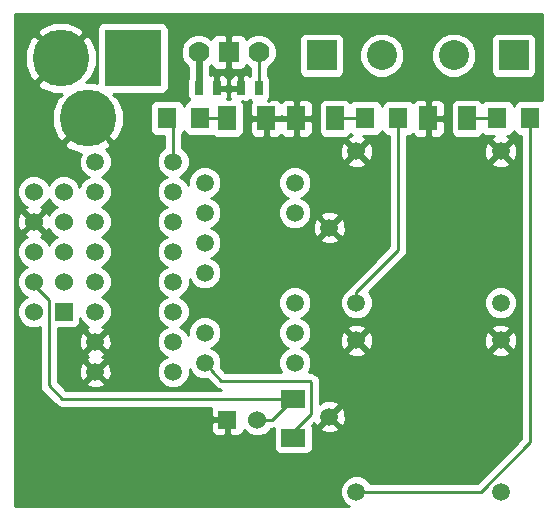
<source format=gtl>
G04 (created by PCBNEW (2013-may-18)-stable) date dim 05 jun 2016 14:26:50 CEST*
%MOIN*%
G04 Gerber Fmt 3.4, Leading zero omitted, Abs format*
%FSLAX34Y34*%
G01*
G70*
G90*
G04 APERTURE LIST*
%ADD10C,0.00590551*%
%ADD11R,0.06X0.06*%
%ADD12C,0.06*%
%ADD13C,0.0590551*%
%ADD14R,0.1X0.1*%
%ADD15C,0.1*%
%ADD16C,0.07*%
%ADD17R,0.07X0.07*%
%ADD18C,0.189*%
%ADD19R,0.189X0.189*%
%ADD20R,0.06X0.08*%
%ADD21R,0.0629X0.0709*%
%ADD22R,0.08X0.06*%
%ADD23R,0.025X0.045*%
%ADD24C,0.023622*%
%ADD25C,0.01*%
G04 APERTURE END LIST*
G54D10*
G54D11*
X16200Y-20650D03*
G54D12*
X15200Y-20650D03*
X16200Y-19650D03*
X15200Y-19650D03*
X16200Y-18650D03*
X15200Y-18650D03*
X16200Y-17650D03*
X15200Y-17650D03*
X16200Y-16650D03*
X15200Y-16650D03*
G54D13*
X25052Y-17848D03*
X30761Y-20348D03*
X25958Y-20348D03*
X25958Y-15309D03*
X30761Y-15309D03*
G54D14*
X24800Y-12100D03*
G54D15*
X26800Y-12100D03*
G54D13*
X23900Y-17350D03*
X23900Y-16350D03*
X23900Y-20350D03*
X23900Y-21350D03*
X23900Y-22350D03*
X20900Y-22350D03*
X20900Y-21350D03*
X20900Y-19350D03*
X20900Y-18350D03*
X20900Y-17350D03*
X20900Y-16350D03*
X25052Y-24148D03*
X30761Y-26648D03*
X25958Y-26648D03*
X25958Y-21609D03*
X30761Y-21609D03*
G54D11*
X21650Y-24250D03*
G54D12*
X22650Y-24250D03*
G54D16*
X20700Y-12000D03*
G54D17*
X21700Y-12000D03*
G54D16*
X22700Y-12000D03*
G54D18*
X16100Y-12200D03*
G54D19*
X18500Y-12200D03*
G54D18*
X17000Y-14200D03*
G54D14*
X31200Y-12100D03*
G54D15*
X29200Y-12100D03*
G54D13*
X17250Y-15650D03*
X17250Y-16650D03*
X17250Y-17650D03*
X17250Y-18650D03*
X17250Y-19650D03*
X17250Y-21650D03*
X17250Y-22650D03*
X19850Y-22650D03*
X19850Y-21650D03*
X19850Y-20650D03*
X19850Y-19650D03*
X19850Y-18650D03*
X19850Y-17650D03*
X19850Y-16650D03*
X19850Y-15650D03*
X17250Y-20650D03*
G54D20*
X25250Y-14200D03*
X23950Y-14200D03*
X29650Y-14200D03*
X28350Y-14200D03*
X21650Y-14200D03*
X22950Y-14200D03*
G54D21*
X27359Y-14200D03*
X26241Y-14200D03*
X31759Y-14200D03*
X30641Y-14200D03*
X19641Y-14200D03*
X20759Y-14200D03*
G54D22*
X23850Y-24850D03*
X23850Y-23550D03*
G54D23*
X20700Y-13200D03*
X21300Y-13200D03*
X22700Y-13200D03*
X22100Y-13200D03*
G54D24*
X20700Y-12000D02*
X20700Y-13200D01*
G54D25*
X23850Y-24850D02*
X23850Y-24650D01*
X21450Y-22950D02*
X20900Y-22350D01*
X24400Y-22950D02*
X21450Y-22950D01*
X24450Y-22987D02*
X24400Y-22950D01*
X24450Y-24050D02*
X24450Y-22987D01*
X23850Y-24650D02*
X24450Y-24050D01*
X19850Y-15650D02*
X19850Y-14409D01*
X19850Y-14409D02*
X19641Y-14200D01*
X22700Y-13200D02*
X22700Y-12000D01*
X25958Y-20348D02*
X25958Y-19991D01*
X27359Y-18591D02*
X27359Y-14200D01*
X25958Y-19991D02*
X27359Y-18591D01*
X31759Y-14200D02*
X31759Y-24991D01*
X30101Y-26648D02*
X25958Y-26648D01*
X31759Y-24991D02*
X30101Y-26648D01*
X30641Y-14200D02*
X29650Y-14200D01*
X21650Y-14200D02*
X20759Y-14200D01*
X26241Y-14200D02*
X25250Y-14200D01*
X22650Y-24250D02*
X23150Y-24250D01*
X23150Y-24250D02*
X23850Y-23550D01*
X15200Y-19650D02*
X15200Y-19750D01*
X16150Y-23550D02*
X23850Y-23550D01*
X15700Y-23100D02*
X16150Y-23550D01*
X15700Y-20250D02*
X15700Y-23100D01*
X15200Y-19750D02*
X15700Y-20250D01*
G54D10*
G36*
X32130Y-13598D02*
X32123Y-13595D01*
X32023Y-13595D01*
X31950Y-13595D01*
X31950Y-12550D01*
X31950Y-11550D01*
X31912Y-11458D01*
X31841Y-11388D01*
X31749Y-11350D01*
X31650Y-11349D01*
X30650Y-11349D01*
X30558Y-11387D01*
X30488Y-11458D01*
X30450Y-11550D01*
X30449Y-11649D01*
X30449Y-12649D01*
X30487Y-12741D01*
X30558Y-12811D01*
X30650Y-12849D01*
X30749Y-12850D01*
X31749Y-12850D01*
X31841Y-12812D01*
X31911Y-12741D01*
X31949Y-12649D01*
X31950Y-12550D01*
X31950Y-13595D01*
X31394Y-13595D01*
X31303Y-13633D01*
X31232Y-13703D01*
X31199Y-13782D01*
X31167Y-13704D01*
X31097Y-13633D01*
X31005Y-13595D01*
X30905Y-13595D01*
X30276Y-13595D01*
X30185Y-13633D01*
X30160Y-13657D01*
X30091Y-13588D01*
X29999Y-13550D01*
X29950Y-13550D01*
X29950Y-11951D01*
X29836Y-11675D01*
X29625Y-11464D01*
X29349Y-11350D01*
X29051Y-11349D01*
X28775Y-11463D01*
X28564Y-11674D01*
X28450Y-11950D01*
X28449Y-12248D01*
X28563Y-12524D01*
X28774Y-12735D01*
X29050Y-12849D01*
X29348Y-12850D01*
X29624Y-12736D01*
X29835Y-12525D01*
X29949Y-12249D01*
X29950Y-11951D01*
X29950Y-13550D01*
X29900Y-13549D01*
X29300Y-13549D01*
X29208Y-13587D01*
X29138Y-13658D01*
X29100Y-13750D01*
X29099Y-13849D01*
X29099Y-14649D01*
X29137Y-14741D01*
X29208Y-14811D01*
X29300Y-14849D01*
X29399Y-14850D01*
X29999Y-14850D01*
X30091Y-14812D01*
X30161Y-14742D01*
X30184Y-14766D01*
X30276Y-14804D01*
X30376Y-14804D01*
X30542Y-14804D01*
X30476Y-14832D01*
X30449Y-14926D01*
X30761Y-15238D01*
X31073Y-14926D01*
X31046Y-14832D01*
X30968Y-14804D01*
X31005Y-14804D01*
X31096Y-14766D01*
X31167Y-14696D01*
X31200Y-14617D01*
X31232Y-14695D01*
X31302Y-14766D01*
X31394Y-14804D01*
X31459Y-14804D01*
X31459Y-24866D01*
X31311Y-25014D01*
X31311Y-21690D01*
X31311Y-15390D01*
X31300Y-15173D01*
X31238Y-15024D01*
X31143Y-14997D01*
X30832Y-15309D01*
X31143Y-15621D01*
X31238Y-15594D01*
X31311Y-15390D01*
X31311Y-21690D01*
X31306Y-21597D01*
X31306Y-20240D01*
X31223Y-20040D01*
X31073Y-19889D01*
X31073Y-15691D01*
X30761Y-15380D01*
X30690Y-15450D01*
X30690Y-15309D01*
X30378Y-14997D01*
X30284Y-15024D01*
X30211Y-15228D01*
X30222Y-15445D01*
X30284Y-15594D01*
X30378Y-15621D01*
X30690Y-15309D01*
X30690Y-15450D01*
X30449Y-15691D01*
X30476Y-15786D01*
X30680Y-15859D01*
X30897Y-15848D01*
X31046Y-15786D01*
X31073Y-15691D01*
X31073Y-19889D01*
X31070Y-19886D01*
X30870Y-19803D01*
X30653Y-19803D01*
X30452Y-19886D01*
X30299Y-20039D01*
X30216Y-20239D01*
X30216Y-20456D01*
X30298Y-20657D01*
X30452Y-20810D01*
X30652Y-20893D01*
X30869Y-20894D01*
X31069Y-20811D01*
X31223Y-20658D01*
X31306Y-20457D01*
X31306Y-20240D01*
X31306Y-21597D01*
X31300Y-21473D01*
X31238Y-21324D01*
X31143Y-21297D01*
X31073Y-21368D01*
X31073Y-21226D01*
X31046Y-21132D01*
X30842Y-21059D01*
X30625Y-21070D01*
X30476Y-21132D01*
X30449Y-21226D01*
X30761Y-21538D01*
X31073Y-21226D01*
X31073Y-21368D01*
X30832Y-21609D01*
X31143Y-21921D01*
X31238Y-21894D01*
X31311Y-21690D01*
X31311Y-25014D01*
X31073Y-25252D01*
X31073Y-21991D01*
X30761Y-21680D01*
X30690Y-21750D01*
X30690Y-21609D01*
X30378Y-21297D01*
X30284Y-21324D01*
X30211Y-21528D01*
X30222Y-21745D01*
X30284Y-21894D01*
X30378Y-21921D01*
X30690Y-21609D01*
X30690Y-21750D01*
X30449Y-21991D01*
X30476Y-22086D01*
X30680Y-22159D01*
X30897Y-22148D01*
X31046Y-22086D01*
X31073Y-21991D01*
X31073Y-25252D01*
X29976Y-26348D01*
X28900Y-26348D01*
X28900Y-14550D01*
X28900Y-13849D01*
X28899Y-13750D01*
X28861Y-13658D01*
X28791Y-13587D01*
X28699Y-13549D01*
X28462Y-13550D01*
X28400Y-13612D01*
X28400Y-14150D01*
X28837Y-14150D01*
X28900Y-14087D01*
X28900Y-13849D01*
X28900Y-14550D01*
X28900Y-14312D01*
X28837Y-14250D01*
X28400Y-14250D01*
X28400Y-14787D01*
X28462Y-14850D01*
X28699Y-14850D01*
X28791Y-14812D01*
X28861Y-14741D01*
X28899Y-14649D01*
X28900Y-14550D01*
X28900Y-26348D01*
X28300Y-26348D01*
X28300Y-14787D01*
X28300Y-14250D01*
X28292Y-14250D01*
X28292Y-14150D01*
X28300Y-14150D01*
X28300Y-13612D01*
X28237Y-13550D01*
X28000Y-13549D01*
X27908Y-13587D01*
X27838Y-13657D01*
X27815Y-13633D01*
X27723Y-13595D01*
X27623Y-13595D01*
X27550Y-13595D01*
X27550Y-11951D01*
X27436Y-11675D01*
X27225Y-11464D01*
X26949Y-11350D01*
X26651Y-11349D01*
X26375Y-11463D01*
X26164Y-11674D01*
X26050Y-11950D01*
X26049Y-12248D01*
X26163Y-12524D01*
X26374Y-12735D01*
X26650Y-12849D01*
X26948Y-12850D01*
X27224Y-12736D01*
X27435Y-12525D01*
X27549Y-12249D01*
X27550Y-11951D01*
X27550Y-13595D01*
X26994Y-13595D01*
X26903Y-13633D01*
X26832Y-13703D01*
X26799Y-13782D01*
X26767Y-13704D01*
X26697Y-13633D01*
X26605Y-13595D01*
X26505Y-13595D01*
X25876Y-13595D01*
X25785Y-13633D01*
X25760Y-13657D01*
X25691Y-13588D01*
X25599Y-13550D01*
X25550Y-13550D01*
X25550Y-12550D01*
X25550Y-11550D01*
X25512Y-11458D01*
X25441Y-11388D01*
X25349Y-11350D01*
X25250Y-11349D01*
X24250Y-11349D01*
X24158Y-11387D01*
X24088Y-11458D01*
X24050Y-11550D01*
X24049Y-11649D01*
X24049Y-12649D01*
X24087Y-12741D01*
X24158Y-12811D01*
X24250Y-12849D01*
X24349Y-12850D01*
X25349Y-12850D01*
X25441Y-12812D01*
X25511Y-12741D01*
X25549Y-12649D01*
X25550Y-12550D01*
X25550Y-13550D01*
X25500Y-13549D01*
X24900Y-13549D01*
X24808Y-13587D01*
X24738Y-13658D01*
X24700Y-13750D01*
X24699Y-13849D01*
X24699Y-14649D01*
X24737Y-14741D01*
X24808Y-14811D01*
X24900Y-14849D01*
X24999Y-14850D01*
X25599Y-14850D01*
X25691Y-14812D01*
X25761Y-14742D01*
X25784Y-14766D01*
X25808Y-14776D01*
X25673Y-14832D01*
X25646Y-14926D01*
X25958Y-15238D01*
X26270Y-14926D01*
X26243Y-14832D01*
X26165Y-14804D01*
X26605Y-14804D01*
X26696Y-14766D01*
X26767Y-14696D01*
X26800Y-14617D01*
X26832Y-14695D01*
X26902Y-14766D01*
X26994Y-14804D01*
X27059Y-14804D01*
X27059Y-18466D01*
X26508Y-19017D01*
X26508Y-15390D01*
X26497Y-15173D01*
X26435Y-15024D01*
X26340Y-14997D01*
X26028Y-15309D01*
X26340Y-15621D01*
X26435Y-15594D01*
X26508Y-15390D01*
X26508Y-19017D01*
X26270Y-19255D01*
X26270Y-15691D01*
X25958Y-15380D01*
X25887Y-15450D01*
X25887Y-15309D01*
X25575Y-14997D01*
X25480Y-15024D01*
X25408Y-15228D01*
X25419Y-15445D01*
X25480Y-15594D01*
X25575Y-15621D01*
X25887Y-15309D01*
X25887Y-15450D01*
X25646Y-15691D01*
X25673Y-15786D01*
X25877Y-15859D01*
X26094Y-15848D01*
X26243Y-15786D01*
X26270Y-15691D01*
X26270Y-19255D01*
X25746Y-19779D01*
X25684Y-19871D01*
X25649Y-19886D01*
X25602Y-19933D01*
X25602Y-17929D01*
X25591Y-17712D01*
X25530Y-17563D01*
X25435Y-17537D01*
X25364Y-17607D01*
X25364Y-17466D01*
X25337Y-17371D01*
X25133Y-17298D01*
X24916Y-17309D01*
X24767Y-17371D01*
X24740Y-17466D01*
X25052Y-17778D01*
X25364Y-17466D01*
X25364Y-17607D01*
X25123Y-17848D01*
X25435Y-18160D01*
X25530Y-18133D01*
X25602Y-17929D01*
X25602Y-19933D01*
X25496Y-20039D01*
X25413Y-20239D01*
X25412Y-20456D01*
X25495Y-20657D01*
X25648Y-20810D01*
X25849Y-20893D01*
X26066Y-20894D01*
X26266Y-20811D01*
X26420Y-20658D01*
X26503Y-20457D01*
X26503Y-20240D01*
X26420Y-20040D01*
X26377Y-19996D01*
X27571Y-18803D01*
X27571Y-18803D01*
X27636Y-18705D01*
X27658Y-18591D01*
X27659Y-18591D01*
X27659Y-14804D01*
X27723Y-14804D01*
X27814Y-14766D01*
X27838Y-14742D01*
X27908Y-14812D01*
X28000Y-14850D01*
X28237Y-14850D01*
X28300Y-14787D01*
X28300Y-26348D01*
X26508Y-26348D01*
X26508Y-21690D01*
X26497Y-21473D01*
X26435Y-21324D01*
X26340Y-21297D01*
X26270Y-21368D01*
X26270Y-21226D01*
X26243Y-21132D01*
X26038Y-21059D01*
X25822Y-21070D01*
X25673Y-21132D01*
X25646Y-21226D01*
X25958Y-21538D01*
X26270Y-21226D01*
X26270Y-21368D01*
X26028Y-21609D01*
X26340Y-21921D01*
X26435Y-21894D01*
X26508Y-21690D01*
X26508Y-26348D01*
X26424Y-26348D01*
X26420Y-26340D01*
X26270Y-26189D01*
X26270Y-21991D01*
X25958Y-21680D01*
X25887Y-21750D01*
X25887Y-21609D01*
X25575Y-21297D01*
X25480Y-21324D01*
X25408Y-21528D01*
X25419Y-21745D01*
X25480Y-21894D01*
X25575Y-21921D01*
X25887Y-21609D01*
X25887Y-21750D01*
X25646Y-21991D01*
X25673Y-22086D01*
X25877Y-22159D01*
X26094Y-22148D01*
X26243Y-22086D01*
X26270Y-21991D01*
X26270Y-26189D01*
X26267Y-26186D01*
X26067Y-26103D01*
X25850Y-26103D01*
X25649Y-26186D01*
X25602Y-26233D01*
X25602Y-24229D01*
X25591Y-24012D01*
X25530Y-23863D01*
X25435Y-23837D01*
X25364Y-23907D01*
X25364Y-23766D01*
X25364Y-18231D01*
X25052Y-17919D01*
X24982Y-17990D01*
X24982Y-17848D01*
X24670Y-17537D01*
X24575Y-17563D01*
X24502Y-17768D01*
X24513Y-17984D01*
X24575Y-18133D01*
X24670Y-18160D01*
X24982Y-17848D01*
X24982Y-17990D01*
X24740Y-18231D01*
X24767Y-18326D01*
X24972Y-18398D01*
X25188Y-18387D01*
X25337Y-18326D01*
X25364Y-18231D01*
X25364Y-23766D01*
X25337Y-23671D01*
X25133Y-23598D01*
X24916Y-23609D01*
X24767Y-23671D01*
X24750Y-23734D01*
X24750Y-22987D01*
X24745Y-22966D01*
X24746Y-22945D01*
X24734Y-22909D01*
X24727Y-22872D01*
X24715Y-22854D01*
X24708Y-22834D01*
X24683Y-22806D01*
X24662Y-22775D01*
X24644Y-22763D01*
X24630Y-22747D01*
X24580Y-22710D01*
X24546Y-22693D01*
X24514Y-22672D01*
X24500Y-22669D01*
X24500Y-14550D01*
X24500Y-13849D01*
X24499Y-13750D01*
X24461Y-13658D01*
X24391Y-13587D01*
X24299Y-13549D01*
X24062Y-13550D01*
X24000Y-13612D01*
X24000Y-14150D01*
X24437Y-14150D01*
X24500Y-14087D01*
X24500Y-13849D01*
X24500Y-14550D01*
X24500Y-14312D01*
X24437Y-14250D01*
X24000Y-14250D01*
X24000Y-14787D01*
X24062Y-14850D01*
X24299Y-14850D01*
X24391Y-14812D01*
X24461Y-14741D01*
X24499Y-14649D01*
X24500Y-14550D01*
X24500Y-22669D01*
X24493Y-22668D01*
X24474Y-22659D01*
X24436Y-22657D01*
X24400Y-22650D01*
X24365Y-22650D01*
X24445Y-22458D01*
X24445Y-22242D01*
X24362Y-22041D01*
X24209Y-21888D01*
X24117Y-21850D01*
X24208Y-21812D01*
X24361Y-21659D01*
X24445Y-21458D01*
X24445Y-21242D01*
X24362Y-21041D01*
X24209Y-20888D01*
X24117Y-20850D01*
X24208Y-20812D01*
X24361Y-20659D01*
X24445Y-20458D01*
X24445Y-20242D01*
X24445Y-17242D01*
X24362Y-17041D01*
X24209Y-16888D01*
X24117Y-16850D01*
X24208Y-16812D01*
X24361Y-16659D01*
X24445Y-16458D01*
X24445Y-16242D01*
X24362Y-16041D01*
X24209Y-15888D01*
X24008Y-15804D01*
X23900Y-15804D01*
X23900Y-14787D01*
X23900Y-14250D01*
X23462Y-14250D01*
X23450Y-14262D01*
X23437Y-14250D01*
X23000Y-14250D01*
X23000Y-14787D01*
X23062Y-14850D01*
X23299Y-14850D01*
X23391Y-14812D01*
X23450Y-14753D01*
X23508Y-14812D01*
X23600Y-14850D01*
X23837Y-14850D01*
X23900Y-14787D01*
X23900Y-15804D01*
X23792Y-15804D01*
X23591Y-15887D01*
X23438Y-16040D01*
X23354Y-16241D01*
X23354Y-16457D01*
X23437Y-16658D01*
X23590Y-16811D01*
X23682Y-16849D01*
X23591Y-16887D01*
X23438Y-17040D01*
X23354Y-17241D01*
X23354Y-17457D01*
X23437Y-17658D01*
X23590Y-17811D01*
X23791Y-17895D01*
X24007Y-17895D01*
X24208Y-17812D01*
X24361Y-17659D01*
X24445Y-17458D01*
X24445Y-17242D01*
X24445Y-20242D01*
X24362Y-20041D01*
X24209Y-19888D01*
X24008Y-19804D01*
X23792Y-19804D01*
X23591Y-19887D01*
X23438Y-20040D01*
X23354Y-20241D01*
X23354Y-20457D01*
X23437Y-20658D01*
X23590Y-20811D01*
X23682Y-20849D01*
X23591Y-20887D01*
X23438Y-21040D01*
X23354Y-21241D01*
X23354Y-21457D01*
X23437Y-21658D01*
X23590Y-21811D01*
X23682Y-21849D01*
X23591Y-21887D01*
X23438Y-22040D01*
X23354Y-22241D01*
X23354Y-22457D01*
X23433Y-22650D01*
X22900Y-22650D01*
X22900Y-14787D01*
X22900Y-14250D01*
X22462Y-14250D01*
X22400Y-14312D01*
X22399Y-14550D01*
X22400Y-14649D01*
X22438Y-14741D01*
X22508Y-14812D01*
X22600Y-14850D01*
X22837Y-14850D01*
X22900Y-14787D01*
X22900Y-22650D01*
X21581Y-22650D01*
X21433Y-22487D01*
X21445Y-22458D01*
X21445Y-22242D01*
X21362Y-22041D01*
X21209Y-21888D01*
X21117Y-21850D01*
X21208Y-21812D01*
X21361Y-21659D01*
X21445Y-21458D01*
X21445Y-21242D01*
X21362Y-21041D01*
X21209Y-20888D01*
X21008Y-20804D01*
X20792Y-20804D01*
X20591Y-20887D01*
X20438Y-21040D01*
X20354Y-21241D01*
X20354Y-21443D01*
X20312Y-21341D01*
X20159Y-21188D01*
X20067Y-21150D01*
X20158Y-21112D01*
X20311Y-20959D01*
X20395Y-20758D01*
X20395Y-20542D01*
X20312Y-20341D01*
X20159Y-20188D01*
X20067Y-20150D01*
X20158Y-20112D01*
X20311Y-19959D01*
X20395Y-19758D01*
X20395Y-19556D01*
X20437Y-19658D01*
X20590Y-19811D01*
X20791Y-19895D01*
X21007Y-19895D01*
X21208Y-19812D01*
X21361Y-19659D01*
X21445Y-19458D01*
X21445Y-19242D01*
X21362Y-19041D01*
X21209Y-18888D01*
X21117Y-18850D01*
X21208Y-18812D01*
X21361Y-18659D01*
X21445Y-18458D01*
X21445Y-18242D01*
X21362Y-18041D01*
X21209Y-17888D01*
X21117Y-17850D01*
X21208Y-17812D01*
X21361Y-17659D01*
X21445Y-17458D01*
X21445Y-17242D01*
X21362Y-17041D01*
X21209Y-16888D01*
X21117Y-16850D01*
X21208Y-16812D01*
X21361Y-16659D01*
X21445Y-16458D01*
X21445Y-16242D01*
X21362Y-16041D01*
X21209Y-15888D01*
X21008Y-15804D01*
X20792Y-15804D01*
X20591Y-15887D01*
X20438Y-16040D01*
X20354Y-16241D01*
X20354Y-16443D01*
X20312Y-16341D01*
X20159Y-16188D01*
X20067Y-16150D01*
X20158Y-16112D01*
X20311Y-15959D01*
X20395Y-15758D01*
X20395Y-15542D01*
X20312Y-15341D01*
X20159Y-15188D01*
X20150Y-15184D01*
X20150Y-14713D01*
X20167Y-14696D01*
X20200Y-14617D01*
X20232Y-14695D01*
X20302Y-14766D01*
X20394Y-14804D01*
X20494Y-14804D01*
X21123Y-14804D01*
X21178Y-14781D01*
X21208Y-14811D01*
X21300Y-14849D01*
X21399Y-14850D01*
X21999Y-14850D01*
X22091Y-14812D01*
X22161Y-14741D01*
X22199Y-14649D01*
X22200Y-14550D01*
X22200Y-13750D01*
X22162Y-13658D01*
X22150Y-13646D01*
X22150Y-13612D01*
X22212Y-13675D01*
X22274Y-13675D01*
X22366Y-13637D01*
X22399Y-13603D01*
X22433Y-13636D01*
X22451Y-13644D01*
X22438Y-13658D01*
X22400Y-13750D01*
X22399Y-13849D01*
X22400Y-14087D01*
X22462Y-14150D01*
X22900Y-14150D01*
X22900Y-14142D01*
X23000Y-14142D01*
X23000Y-14150D01*
X23437Y-14150D01*
X23450Y-14137D01*
X23462Y-14150D01*
X23900Y-14150D01*
X23900Y-13612D01*
X23837Y-13550D01*
X23600Y-13549D01*
X23508Y-13587D01*
X23450Y-13646D01*
X23391Y-13587D01*
X23300Y-13550D01*
X23299Y-13549D01*
X23062Y-13550D01*
X23000Y-13612D01*
X23000Y-13603D01*
X23036Y-13566D01*
X23074Y-13474D01*
X23075Y-13375D01*
X23075Y-12925D01*
X23037Y-12833D01*
X23000Y-12796D01*
X23000Y-12525D01*
X23039Y-12508D01*
X23208Y-12340D01*
X23299Y-12119D01*
X23300Y-11881D01*
X23208Y-11660D01*
X23040Y-11491D01*
X22819Y-11400D01*
X22581Y-11399D01*
X22360Y-11491D01*
X22285Y-11565D01*
X22262Y-11508D01*
X22191Y-11438D01*
X22099Y-11400D01*
X22000Y-11399D01*
X21812Y-11400D01*
X21750Y-11462D01*
X21750Y-11950D01*
X21757Y-11950D01*
X21757Y-12050D01*
X21750Y-12050D01*
X21750Y-12537D01*
X21812Y-12600D01*
X22000Y-12600D01*
X22099Y-12599D01*
X22191Y-12561D01*
X22262Y-12491D01*
X22285Y-12434D01*
X22359Y-12508D01*
X22400Y-12525D01*
X22400Y-12796D01*
X22366Y-12762D01*
X22274Y-12724D01*
X22212Y-12725D01*
X22150Y-12787D01*
X22150Y-13150D01*
X22157Y-13150D01*
X22157Y-13250D01*
X22150Y-13250D01*
X22150Y-13257D01*
X22050Y-13257D01*
X22050Y-13250D01*
X22050Y-13150D01*
X22050Y-12787D01*
X21987Y-12725D01*
X21925Y-12724D01*
X21833Y-12762D01*
X21763Y-12833D01*
X21725Y-12925D01*
X21724Y-13024D01*
X21725Y-13087D01*
X21787Y-13150D01*
X22050Y-13150D01*
X22050Y-13250D01*
X21787Y-13250D01*
X21725Y-13312D01*
X21724Y-13375D01*
X21725Y-13474D01*
X21756Y-13549D01*
X21643Y-13549D01*
X21674Y-13474D01*
X21675Y-13375D01*
X21675Y-13024D01*
X21674Y-12925D01*
X21636Y-12833D01*
X21566Y-12762D01*
X21474Y-12724D01*
X21412Y-12725D01*
X21350Y-12787D01*
X21350Y-13150D01*
X21612Y-13150D01*
X21675Y-13087D01*
X21675Y-13024D01*
X21675Y-13375D01*
X21675Y-13312D01*
X21612Y-13250D01*
X21350Y-13250D01*
X21350Y-13257D01*
X21250Y-13257D01*
X21250Y-13250D01*
X21242Y-13250D01*
X21242Y-13150D01*
X21250Y-13150D01*
X21250Y-12787D01*
X21187Y-12725D01*
X21125Y-12724D01*
X21068Y-12748D01*
X21068Y-12480D01*
X21114Y-12434D01*
X21137Y-12491D01*
X21208Y-12561D01*
X21300Y-12599D01*
X21399Y-12600D01*
X21587Y-12600D01*
X21650Y-12537D01*
X21650Y-12050D01*
X21642Y-12050D01*
X21642Y-11950D01*
X21650Y-11950D01*
X21650Y-11462D01*
X21587Y-11400D01*
X21399Y-11399D01*
X21300Y-11400D01*
X21208Y-11438D01*
X21137Y-11508D01*
X21114Y-11565D01*
X21040Y-11491D01*
X20819Y-11400D01*
X20581Y-11399D01*
X20360Y-11491D01*
X20191Y-11659D01*
X20100Y-11880D01*
X20099Y-12118D01*
X20191Y-12339D01*
X20331Y-12480D01*
X20331Y-12908D01*
X20325Y-12925D01*
X20324Y-13024D01*
X20324Y-13474D01*
X20362Y-13566D01*
X20392Y-13596D01*
X20303Y-13633D01*
X20232Y-13703D01*
X20199Y-13782D01*
X20167Y-13704D01*
X20097Y-13633D01*
X20005Y-13595D01*
X19905Y-13595D01*
X19695Y-13595D01*
X19695Y-13095D01*
X19695Y-11205D01*
X19657Y-11113D01*
X19586Y-11043D01*
X19494Y-11005D01*
X19395Y-11004D01*
X17505Y-11004D01*
X17413Y-11042D01*
X17343Y-11113D01*
X17305Y-11205D01*
X17304Y-11304D01*
X17304Y-13033D01*
X17295Y-13029D01*
X17235Y-13004D01*
X16975Y-13005D01*
X16951Y-12981D01*
X17114Y-12875D01*
X17295Y-12435D01*
X17294Y-11960D01*
X17114Y-11524D01*
X16951Y-11418D01*
X16881Y-11489D01*
X16881Y-11348D01*
X16775Y-11185D01*
X16335Y-11004D01*
X15860Y-11005D01*
X15424Y-11185D01*
X15318Y-11348D01*
X16100Y-12129D01*
X16881Y-11348D01*
X16881Y-11489D01*
X16170Y-12200D01*
X16176Y-12205D01*
X16105Y-12276D01*
X16100Y-12270D01*
X16029Y-12341D01*
X16029Y-12200D01*
X15248Y-11418D01*
X15085Y-11524D01*
X14904Y-11964D01*
X14905Y-12439D01*
X15085Y-12875D01*
X15248Y-12981D01*
X16029Y-12200D01*
X16029Y-12341D01*
X15318Y-13051D01*
X15424Y-13214D01*
X15864Y-13395D01*
X16124Y-13394D01*
X16148Y-13418D01*
X15985Y-13524D01*
X15804Y-13964D01*
X15805Y-14439D01*
X15985Y-14875D01*
X16148Y-14981D01*
X16929Y-14200D01*
X16923Y-14194D01*
X16994Y-14123D01*
X17000Y-14129D01*
X17005Y-14123D01*
X17076Y-14194D01*
X17070Y-14200D01*
X17851Y-14981D01*
X18014Y-14875D01*
X18195Y-14435D01*
X18194Y-13960D01*
X18014Y-13524D01*
X17851Y-13418D01*
X17875Y-13395D01*
X19494Y-13395D01*
X19586Y-13357D01*
X19656Y-13286D01*
X19694Y-13194D01*
X19695Y-13095D01*
X19695Y-13595D01*
X19276Y-13595D01*
X19185Y-13633D01*
X19114Y-13703D01*
X19076Y-13795D01*
X19076Y-13895D01*
X19076Y-14604D01*
X19114Y-14695D01*
X19184Y-14766D01*
X19276Y-14804D01*
X19376Y-14804D01*
X19550Y-14804D01*
X19550Y-15183D01*
X19541Y-15187D01*
X19388Y-15340D01*
X19304Y-15541D01*
X19304Y-15757D01*
X19387Y-15958D01*
X19540Y-16111D01*
X19632Y-16149D01*
X19541Y-16187D01*
X19388Y-16340D01*
X19304Y-16541D01*
X19304Y-16757D01*
X19387Y-16958D01*
X19540Y-17111D01*
X19632Y-17149D01*
X19541Y-17187D01*
X19388Y-17340D01*
X19304Y-17541D01*
X19304Y-17757D01*
X19387Y-17958D01*
X19540Y-18111D01*
X19632Y-18149D01*
X19541Y-18187D01*
X19388Y-18340D01*
X19304Y-18541D01*
X19304Y-18757D01*
X19387Y-18958D01*
X19540Y-19111D01*
X19632Y-19149D01*
X19541Y-19187D01*
X19388Y-19340D01*
X19304Y-19541D01*
X19304Y-19757D01*
X19387Y-19958D01*
X19540Y-20111D01*
X19632Y-20149D01*
X19541Y-20187D01*
X19388Y-20340D01*
X19304Y-20541D01*
X19304Y-20757D01*
X19387Y-20958D01*
X19540Y-21111D01*
X19632Y-21149D01*
X19541Y-21187D01*
X19388Y-21340D01*
X19304Y-21541D01*
X19304Y-21757D01*
X19387Y-21958D01*
X19540Y-22111D01*
X19632Y-22149D01*
X19541Y-22187D01*
X19388Y-22340D01*
X19304Y-22541D01*
X19304Y-22757D01*
X19387Y-22958D01*
X19540Y-23111D01*
X19741Y-23195D01*
X19957Y-23195D01*
X20158Y-23112D01*
X20311Y-22959D01*
X20395Y-22758D01*
X20395Y-22556D01*
X20437Y-22658D01*
X20590Y-22811D01*
X20791Y-22895D01*
X20992Y-22895D01*
X21228Y-23152D01*
X21234Y-23156D01*
X21237Y-23162D01*
X21278Y-23189D01*
X21323Y-23221D01*
X21329Y-23223D01*
X21335Y-23227D01*
X21383Y-23236D01*
X21436Y-23249D01*
X21443Y-23248D01*
X21450Y-23250D01*
X18195Y-23250D01*
X17800Y-23250D01*
X17800Y-22730D01*
X17800Y-21730D01*
X17789Y-21513D01*
X17727Y-21364D01*
X17632Y-21338D01*
X17320Y-21650D01*
X17632Y-21961D01*
X17727Y-21935D01*
X17800Y-21730D01*
X17800Y-22730D01*
X17789Y-22513D01*
X17727Y-22364D01*
X17632Y-22338D01*
X17561Y-22408D01*
X17561Y-22267D01*
X17535Y-22172D01*
X17476Y-22151D01*
X17535Y-22127D01*
X17561Y-22032D01*
X17250Y-21720D01*
X17179Y-21791D01*
X17179Y-21650D01*
X16867Y-21338D01*
X16772Y-21364D01*
X16699Y-21569D01*
X16710Y-21786D01*
X16772Y-21935D01*
X16867Y-21961D01*
X17179Y-21650D01*
X17179Y-21791D01*
X16938Y-22032D01*
X16964Y-22127D01*
X17023Y-22148D01*
X16964Y-22172D01*
X16938Y-22267D01*
X17250Y-22579D01*
X17561Y-22267D01*
X17561Y-22408D01*
X17320Y-22650D01*
X17632Y-22961D01*
X17727Y-22935D01*
X17800Y-22730D01*
X17800Y-23250D01*
X17561Y-23250D01*
X17561Y-23032D01*
X17250Y-22720D01*
X17179Y-22791D01*
X17179Y-22650D01*
X16867Y-22338D01*
X16772Y-22364D01*
X16699Y-22569D01*
X16710Y-22786D01*
X16772Y-22935D01*
X16867Y-22961D01*
X17179Y-22650D01*
X17179Y-22791D01*
X16938Y-23032D01*
X16964Y-23127D01*
X17169Y-23200D01*
X17386Y-23189D01*
X17535Y-23127D01*
X17561Y-23032D01*
X17561Y-23250D01*
X16274Y-23250D01*
X16000Y-22975D01*
X16000Y-21200D01*
X16549Y-21200D01*
X16641Y-21162D01*
X16711Y-21091D01*
X16749Y-20999D01*
X16750Y-20900D01*
X16750Y-20867D01*
X16787Y-20958D01*
X16940Y-21111D01*
X17025Y-21147D01*
X16964Y-21172D01*
X16938Y-21267D01*
X17250Y-21579D01*
X17561Y-21267D01*
X17535Y-21172D01*
X17469Y-21149D01*
X17558Y-21112D01*
X17711Y-20959D01*
X17795Y-20758D01*
X17795Y-20542D01*
X17712Y-20341D01*
X17559Y-20188D01*
X17467Y-20150D01*
X17558Y-20112D01*
X17711Y-19959D01*
X17795Y-19758D01*
X17795Y-19542D01*
X17712Y-19341D01*
X17559Y-19188D01*
X17467Y-19150D01*
X17558Y-19112D01*
X17711Y-18959D01*
X17795Y-18758D01*
X17795Y-18542D01*
X17712Y-18341D01*
X17559Y-18188D01*
X17467Y-18150D01*
X17558Y-18112D01*
X17711Y-17959D01*
X17795Y-17758D01*
X17795Y-17542D01*
X17712Y-17341D01*
X17559Y-17188D01*
X17467Y-17150D01*
X17558Y-17112D01*
X17711Y-16959D01*
X17795Y-16758D01*
X17795Y-16542D01*
X17712Y-16341D01*
X17559Y-16188D01*
X17467Y-16150D01*
X17558Y-16112D01*
X17711Y-15959D01*
X17795Y-15758D01*
X17795Y-15542D01*
X17712Y-15341D01*
X17611Y-15240D01*
X17675Y-15214D01*
X17781Y-15051D01*
X17000Y-14270D01*
X16929Y-14341D01*
X16218Y-15051D01*
X16324Y-15214D01*
X16764Y-15395D01*
X16765Y-15395D01*
X16704Y-15541D01*
X16704Y-15757D01*
X16787Y-15958D01*
X16940Y-16111D01*
X17032Y-16149D01*
X16941Y-16187D01*
X16788Y-16340D01*
X16727Y-16486D01*
X16666Y-16338D01*
X16511Y-16184D01*
X16309Y-16100D01*
X16091Y-16099D01*
X15888Y-16183D01*
X15734Y-16338D01*
X15700Y-16419D01*
X15666Y-16338D01*
X15511Y-16184D01*
X15309Y-16100D01*
X15091Y-16099D01*
X14888Y-16183D01*
X14734Y-16338D01*
X14650Y-16540D01*
X14649Y-16758D01*
X14733Y-16961D01*
X14888Y-17115D01*
X14963Y-17147D01*
X14912Y-17168D01*
X14884Y-17264D01*
X15200Y-17579D01*
X15515Y-17264D01*
X15487Y-17168D01*
X15432Y-17149D01*
X15511Y-17116D01*
X15665Y-16961D01*
X15699Y-16880D01*
X15733Y-16961D01*
X15888Y-17115D01*
X15969Y-17149D01*
X15888Y-17183D01*
X15734Y-17338D01*
X15702Y-17413D01*
X15681Y-17362D01*
X15585Y-17334D01*
X15270Y-17650D01*
X15585Y-17965D01*
X15681Y-17937D01*
X15700Y-17882D01*
X15733Y-17961D01*
X15888Y-18115D01*
X15969Y-18149D01*
X15888Y-18183D01*
X15734Y-18338D01*
X15700Y-18419D01*
X15666Y-18338D01*
X15511Y-18184D01*
X15436Y-18152D01*
X15487Y-18131D01*
X15515Y-18035D01*
X15200Y-17720D01*
X15129Y-17791D01*
X15129Y-17650D01*
X14814Y-17334D01*
X14718Y-17362D01*
X14645Y-17568D01*
X14656Y-17786D01*
X14718Y-17937D01*
X14814Y-17965D01*
X15129Y-17650D01*
X15129Y-17791D01*
X14884Y-18035D01*
X14912Y-18131D01*
X14967Y-18150D01*
X14888Y-18183D01*
X14734Y-18338D01*
X14650Y-18540D01*
X14649Y-18758D01*
X14733Y-18961D01*
X14888Y-19115D01*
X14969Y-19149D01*
X14888Y-19183D01*
X14734Y-19338D01*
X14650Y-19540D01*
X14649Y-19758D01*
X14733Y-19961D01*
X14888Y-20115D01*
X14969Y-20149D01*
X14888Y-20183D01*
X14734Y-20338D01*
X14650Y-20540D01*
X14649Y-20758D01*
X14733Y-20961D01*
X14888Y-21115D01*
X15090Y-21199D01*
X15308Y-21200D01*
X15400Y-21162D01*
X15400Y-23100D01*
X15422Y-23214D01*
X15487Y-23312D01*
X15937Y-23762D01*
X16035Y-23827D01*
X16150Y-23850D01*
X21120Y-23850D01*
X21100Y-23900D01*
X21099Y-23999D01*
X21100Y-24137D01*
X21162Y-24200D01*
X21600Y-24200D01*
X21600Y-24192D01*
X21700Y-24192D01*
X21700Y-24200D01*
X21707Y-24200D01*
X21707Y-24300D01*
X21700Y-24300D01*
X21700Y-24737D01*
X21762Y-24800D01*
X21999Y-24800D01*
X22091Y-24762D01*
X22161Y-24691D01*
X22199Y-24599D01*
X22199Y-24577D01*
X22338Y-24715D01*
X22540Y-24799D01*
X22758Y-24800D01*
X22961Y-24716D01*
X23115Y-24561D01*
X23120Y-24550D01*
X23150Y-24550D01*
X23150Y-24549D01*
X23200Y-24540D01*
X23199Y-24599D01*
X23199Y-25199D01*
X23237Y-25291D01*
X23308Y-25361D01*
X23400Y-25399D01*
X23499Y-25400D01*
X24299Y-25400D01*
X24391Y-25362D01*
X24461Y-25291D01*
X24499Y-25199D01*
X24500Y-25100D01*
X24500Y-24500D01*
X24477Y-24446D01*
X24550Y-24373D01*
X24575Y-24433D01*
X24670Y-24460D01*
X24982Y-24148D01*
X24976Y-24143D01*
X25047Y-24072D01*
X25052Y-24078D01*
X25364Y-23766D01*
X25364Y-23907D01*
X25123Y-24148D01*
X25435Y-24460D01*
X25530Y-24433D01*
X25602Y-24229D01*
X25602Y-26233D01*
X25496Y-26339D01*
X25413Y-26539D01*
X25412Y-26756D01*
X25495Y-26957D01*
X25648Y-27110D01*
X25695Y-27130D01*
X25364Y-27130D01*
X25364Y-24531D01*
X25052Y-24219D01*
X24740Y-24531D01*
X24767Y-24626D01*
X24972Y-24698D01*
X25188Y-24687D01*
X25337Y-24626D01*
X25364Y-24531D01*
X25364Y-27130D01*
X21600Y-27130D01*
X21600Y-24737D01*
X21600Y-24300D01*
X21162Y-24300D01*
X21100Y-24362D01*
X21099Y-24500D01*
X21100Y-24599D01*
X21138Y-24691D01*
X21208Y-24762D01*
X21300Y-24800D01*
X21537Y-24800D01*
X21600Y-24737D01*
X21600Y-27130D01*
X14569Y-27130D01*
X14569Y-10719D01*
X27800Y-10719D01*
X32130Y-10719D01*
X32130Y-13598D01*
X32130Y-13598D01*
G37*
G54D25*
X32130Y-13598D02*
X32123Y-13595D01*
X32023Y-13595D01*
X31950Y-13595D01*
X31950Y-12550D01*
X31950Y-11550D01*
X31912Y-11458D01*
X31841Y-11388D01*
X31749Y-11350D01*
X31650Y-11349D01*
X30650Y-11349D01*
X30558Y-11387D01*
X30488Y-11458D01*
X30450Y-11550D01*
X30449Y-11649D01*
X30449Y-12649D01*
X30487Y-12741D01*
X30558Y-12811D01*
X30650Y-12849D01*
X30749Y-12850D01*
X31749Y-12850D01*
X31841Y-12812D01*
X31911Y-12741D01*
X31949Y-12649D01*
X31950Y-12550D01*
X31950Y-13595D01*
X31394Y-13595D01*
X31303Y-13633D01*
X31232Y-13703D01*
X31199Y-13782D01*
X31167Y-13704D01*
X31097Y-13633D01*
X31005Y-13595D01*
X30905Y-13595D01*
X30276Y-13595D01*
X30185Y-13633D01*
X30160Y-13657D01*
X30091Y-13588D01*
X29999Y-13550D01*
X29950Y-13550D01*
X29950Y-11951D01*
X29836Y-11675D01*
X29625Y-11464D01*
X29349Y-11350D01*
X29051Y-11349D01*
X28775Y-11463D01*
X28564Y-11674D01*
X28450Y-11950D01*
X28449Y-12248D01*
X28563Y-12524D01*
X28774Y-12735D01*
X29050Y-12849D01*
X29348Y-12850D01*
X29624Y-12736D01*
X29835Y-12525D01*
X29949Y-12249D01*
X29950Y-11951D01*
X29950Y-13550D01*
X29900Y-13549D01*
X29300Y-13549D01*
X29208Y-13587D01*
X29138Y-13658D01*
X29100Y-13750D01*
X29099Y-13849D01*
X29099Y-14649D01*
X29137Y-14741D01*
X29208Y-14811D01*
X29300Y-14849D01*
X29399Y-14850D01*
X29999Y-14850D01*
X30091Y-14812D01*
X30161Y-14742D01*
X30184Y-14766D01*
X30276Y-14804D01*
X30376Y-14804D01*
X30542Y-14804D01*
X30476Y-14832D01*
X30449Y-14926D01*
X30761Y-15238D01*
X31073Y-14926D01*
X31046Y-14832D01*
X30968Y-14804D01*
X31005Y-14804D01*
X31096Y-14766D01*
X31167Y-14696D01*
X31200Y-14617D01*
X31232Y-14695D01*
X31302Y-14766D01*
X31394Y-14804D01*
X31459Y-14804D01*
X31459Y-24866D01*
X31311Y-25014D01*
X31311Y-21690D01*
X31311Y-15390D01*
X31300Y-15173D01*
X31238Y-15024D01*
X31143Y-14997D01*
X30832Y-15309D01*
X31143Y-15621D01*
X31238Y-15594D01*
X31311Y-15390D01*
X31311Y-21690D01*
X31306Y-21597D01*
X31306Y-20240D01*
X31223Y-20040D01*
X31073Y-19889D01*
X31073Y-15691D01*
X30761Y-15380D01*
X30690Y-15450D01*
X30690Y-15309D01*
X30378Y-14997D01*
X30284Y-15024D01*
X30211Y-15228D01*
X30222Y-15445D01*
X30284Y-15594D01*
X30378Y-15621D01*
X30690Y-15309D01*
X30690Y-15450D01*
X30449Y-15691D01*
X30476Y-15786D01*
X30680Y-15859D01*
X30897Y-15848D01*
X31046Y-15786D01*
X31073Y-15691D01*
X31073Y-19889D01*
X31070Y-19886D01*
X30870Y-19803D01*
X30653Y-19803D01*
X30452Y-19886D01*
X30299Y-20039D01*
X30216Y-20239D01*
X30216Y-20456D01*
X30298Y-20657D01*
X30452Y-20810D01*
X30652Y-20893D01*
X30869Y-20894D01*
X31069Y-20811D01*
X31223Y-20658D01*
X31306Y-20457D01*
X31306Y-20240D01*
X31306Y-21597D01*
X31300Y-21473D01*
X31238Y-21324D01*
X31143Y-21297D01*
X31073Y-21368D01*
X31073Y-21226D01*
X31046Y-21132D01*
X30842Y-21059D01*
X30625Y-21070D01*
X30476Y-21132D01*
X30449Y-21226D01*
X30761Y-21538D01*
X31073Y-21226D01*
X31073Y-21368D01*
X30832Y-21609D01*
X31143Y-21921D01*
X31238Y-21894D01*
X31311Y-21690D01*
X31311Y-25014D01*
X31073Y-25252D01*
X31073Y-21991D01*
X30761Y-21680D01*
X30690Y-21750D01*
X30690Y-21609D01*
X30378Y-21297D01*
X30284Y-21324D01*
X30211Y-21528D01*
X30222Y-21745D01*
X30284Y-21894D01*
X30378Y-21921D01*
X30690Y-21609D01*
X30690Y-21750D01*
X30449Y-21991D01*
X30476Y-22086D01*
X30680Y-22159D01*
X30897Y-22148D01*
X31046Y-22086D01*
X31073Y-21991D01*
X31073Y-25252D01*
X29976Y-26348D01*
X28900Y-26348D01*
X28900Y-14550D01*
X28900Y-13849D01*
X28899Y-13750D01*
X28861Y-13658D01*
X28791Y-13587D01*
X28699Y-13549D01*
X28462Y-13550D01*
X28400Y-13612D01*
X28400Y-14150D01*
X28837Y-14150D01*
X28900Y-14087D01*
X28900Y-13849D01*
X28900Y-14550D01*
X28900Y-14312D01*
X28837Y-14250D01*
X28400Y-14250D01*
X28400Y-14787D01*
X28462Y-14850D01*
X28699Y-14850D01*
X28791Y-14812D01*
X28861Y-14741D01*
X28899Y-14649D01*
X28900Y-14550D01*
X28900Y-26348D01*
X28300Y-26348D01*
X28300Y-14787D01*
X28300Y-14250D01*
X28292Y-14250D01*
X28292Y-14150D01*
X28300Y-14150D01*
X28300Y-13612D01*
X28237Y-13550D01*
X28000Y-13549D01*
X27908Y-13587D01*
X27838Y-13657D01*
X27815Y-13633D01*
X27723Y-13595D01*
X27623Y-13595D01*
X27550Y-13595D01*
X27550Y-11951D01*
X27436Y-11675D01*
X27225Y-11464D01*
X26949Y-11350D01*
X26651Y-11349D01*
X26375Y-11463D01*
X26164Y-11674D01*
X26050Y-11950D01*
X26049Y-12248D01*
X26163Y-12524D01*
X26374Y-12735D01*
X26650Y-12849D01*
X26948Y-12850D01*
X27224Y-12736D01*
X27435Y-12525D01*
X27549Y-12249D01*
X27550Y-11951D01*
X27550Y-13595D01*
X26994Y-13595D01*
X26903Y-13633D01*
X26832Y-13703D01*
X26799Y-13782D01*
X26767Y-13704D01*
X26697Y-13633D01*
X26605Y-13595D01*
X26505Y-13595D01*
X25876Y-13595D01*
X25785Y-13633D01*
X25760Y-13657D01*
X25691Y-13588D01*
X25599Y-13550D01*
X25550Y-13550D01*
X25550Y-12550D01*
X25550Y-11550D01*
X25512Y-11458D01*
X25441Y-11388D01*
X25349Y-11350D01*
X25250Y-11349D01*
X24250Y-11349D01*
X24158Y-11387D01*
X24088Y-11458D01*
X24050Y-11550D01*
X24049Y-11649D01*
X24049Y-12649D01*
X24087Y-12741D01*
X24158Y-12811D01*
X24250Y-12849D01*
X24349Y-12850D01*
X25349Y-12850D01*
X25441Y-12812D01*
X25511Y-12741D01*
X25549Y-12649D01*
X25550Y-12550D01*
X25550Y-13550D01*
X25500Y-13549D01*
X24900Y-13549D01*
X24808Y-13587D01*
X24738Y-13658D01*
X24700Y-13750D01*
X24699Y-13849D01*
X24699Y-14649D01*
X24737Y-14741D01*
X24808Y-14811D01*
X24900Y-14849D01*
X24999Y-14850D01*
X25599Y-14850D01*
X25691Y-14812D01*
X25761Y-14742D01*
X25784Y-14766D01*
X25808Y-14776D01*
X25673Y-14832D01*
X25646Y-14926D01*
X25958Y-15238D01*
X26270Y-14926D01*
X26243Y-14832D01*
X26165Y-14804D01*
X26605Y-14804D01*
X26696Y-14766D01*
X26767Y-14696D01*
X26800Y-14617D01*
X26832Y-14695D01*
X26902Y-14766D01*
X26994Y-14804D01*
X27059Y-14804D01*
X27059Y-18466D01*
X26508Y-19017D01*
X26508Y-15390D01*
X26497Y-15173D01*
X26435Y-15024D01*
X26340Y-14997D01*
X26028Y-15309D01*
X26340Y-15621D01*
X26435Y-15594D01*
X26508Y-15390D01*
X26508Y-19017D01*
X26270Y-19255D01*
X26270Y-15691D01*
X25958Y-15380D01*
X25887Y-15450D01*
X25887Y-15309D01*
X25575Y-14997D01*
X25480Y-15024D01*
X25408Y-15228D01*
X25419Y-15445D01*
X25480Y-15594D01*
X25575Y-15621D01*
X25887Y-15309D01*
X25887Y-15450D01*
X25646Y-15691D01*
X25673Y-15786D01*
X25877Y-15859D01*
X26094Y-15848D01*
X26243Y-15786D01*
X26270Y-15691D01*
X26270Y-19255D01*
X25746Y-19779D01*
X25684Y-19871D01*
X25649Y-19886D01*
X25602Y-19933D01*
X25602Y-17929D01*
X25591Y-17712D01*
X25530Y-17563D01*
X25435Y-17537D01*
X25364Y-17607D01*
X25364Y-17466D01*
X25337Y-17371D01*
X25133Y-17298D01*
X24916Y-17309D01*
X24767Y-17371D01*
X24740Y-17466D01*
X25052Y-17778D01*
X25364Y-17466D01*
X25364Y-17607D01*
X25123Y-17848D01*
X25435Y-18160D01*
X25530Y-18133D01*
X25602Y-17929D01*
X25602Y-19933D01*
X25496Y-20039D01*
X25413Y-20239D01*
X25412Y-20456D01*
X25495Y-20657D01*
X25648Y-20810D01*
X25849Y-20893D01*
X26066Y-20894D01*
X26266Y-20811D01*
X26420Y-20658D01*
X26503Y-20457D01*
X26503Y-20240D01*
X26420Y-20040D01*
X26377Y-19996D01*
X27571Y-18803D01*
X27571Y-18803D01*
X27636Y-18705D01*
X27658Y-18591D01*
X27659Y-18591D01*
X27659Y-14804D01*
X27723Y-14804D01*
X27814Y-14766D01*
X27838Y-14742D01*
X27908Y-14812D01*
X28000Y-14850D01*
X28237Y-14850D01*
X28300Y-14787D01*
X28300Y-26348D01*
X26508Y-26348D01*
X26508Y-21690D01*
X26497Y-21473D01*
X26435Y-21324D01*
X26340Y-21297D01*
X26270Y-21368D01*
X26270Y-21226D01*
X26243Y-21132D01*
X26038Y-21059D01*
X25822Y-21070D01*
X25673Y-21132D01*
X25646Y-21226D01*
X25958Y-21538D01*
X26270Y-21226D01*
X26270Y-21368D01*
X26028Y-21609D01*
X26340Y-21921D01*
X26435Y-21894D01*
X26508Y-21690D01*
X26508Y-26348D01*
X26424Y-26348D01*
X26420Y-26340D01*
X26270Y-26189D01*
X26270Y-21991D01*
X25958Y-21680D01*
X25887Y-21750D01*
X25887Y-21609D01*
X25575Y-21297D01*
X25480Y-21324D01*
X25408Y-21528D01*
X25419Y-21745D01*
X25480Y-21894D01*
X25575Y-21921D01*
X25887Y-21609D01*
X25887Y-21750D01*
X25646Y-21991D01*
X25673Y-22086D01*
X25877Y-22159D01*
X26094Y-22148D01*
X26243Y-22086D01*
X26270Y-21991D01*
X26270Y-26189D01*
X26267Y-26186D01*
X26067Y-26103D01*
X25850Y-26103D01*
X25649Y-26186D01*
X25602Y-26233D01*
X25602Y-24229D01*
X25591Y-24012D01*
X25530Y-23863D01*
X25435Y-23837D01*
X25364Y-23907D01*
X25364Y-23766D01*
X25364Y-18231D01*
X25052Y-17919D01*
X24982Y-17990D01*
X24982Y-17848D01*
X24670Y-17537D01*
X24575Y-17563D01*
X24502Y-17768D01*
X24513Y-17984D01*
X24575Y-18133D01*
X24670Y-18160D01*
X24982Y-17848D01*
X24982Y-17990D01*
X24740Y-18231D01*
X24767Y-18326D01*
X24972Y-18398D01*
X25188Y-18387D01*
X25337Y-18326D01*
X25364Y-18231D01*
X25364Y-23766D01*
X25337Y-23671D01*
X25133Y-23598D01*
X24916Y-23609D01*
X24767Y-23671D01*
X24750Y-23734D01*
X24750Y-22987D01*
X24745Y-22966D01*
X24746Y-22945D01*
X24734Y-22909D01*
X24727Y-22872D01*
X24715Y-22854D01*
X24708Y-22834D01*
X24683Y-22806D01*
X24662Y-22775D01*
X24644Y-22763D01*
X24630Y-22747D01*
X24580Y-22710D01*
X24546Y-22693D01*
X24514Y-22672D01*
X24500Y-22669D01*
X24500Y-14550D01*
X24500Y-13849D01*
X24499Y-13750D01*
X24461Y-13658D01*
X24391Y-13587D01*
X24299Y-13549D01*
X24062Y-13550D01*
X24000Y-13612D01*
X24000Y-14150D01*
X24437Y-14150D01*
X24500Y-14087D01*
X24500Y-13849D01*
X24500Y-14550D01*
X24500Y-14312D01*
X24437Y-14250D01*
X24000Y-14250D01*
X24000Y-14787D01*
X24062Y-14850D01*
X24299Y-14850D01*
X24391Y-14812D01*
X24461Y-14741D01*
X24499Y-14649D01*
X24500Y-14550D01*
X24500Y-22669D01*
X24493Y-22668D01*
X24474Y-22659D01*
X24436Y-22657D01*
X24400Y-22650D01*
X24365Y-22650D01*
X24445Y-22458D01*
X24445Y-22242D01*
X24362Y-22041D01*
X24209Y-21888D01*
X24117Y-21850D01*
X24208Y-21812D01*
X24361Y-21659D01*
X24445Y-21458D01*
X24445Y-21242D01*
X24362Y-21041D01*
X24209Y-20888D01*
X24117Y-20850D01*
X24208Y-20812D01*
X24361Y-20659D01*
X24445Y-20458D01*
X24445Y-20242D01*
X24445Y-17242D01*
X24362Y-17041D01*
X24209Y-16888D01*
X24117Y-16850D01*
X24208Y-16812D01*
X24361Y-16659D01*
X24445Y-16458D01*
X24445Y-16242D01*
X24362Y-16041D01*
X24209Y-15888D01*
X24008Y-15804D01*
X23900Y-15804D01*
X23900Y-14787D01*
X23900Y-14250D01*
X23462Y-14250D01*
X23450Y-14262D01*
X23437Y-14250D01*
X23000Y-14250D01*
X23000Y-14787D01*
X23062Y-14850D01*
X23299Y-14850D01*
X23391Y-14812D01*
X23450Y-14753D01*
X23508Y-14812D01*
X23600Y-14850D01*
X23837Y-14850D01*
X23900Y-14787D01*
X23900Y-15804D01*
X23792Y-15804D01*
X23591Y-15887D01*
X23438Y-16040D01*
X23354Y-16241D01*
X23354Y-16457D01*
X23437Y-16658D01*
X23590Y-16811D01*
X23682Y-16849D01*
X23591Y-16887D01*
X23438Y-17040D01*
X23354Y-17241D01*
X23354Y-17457D01*
X23437Y-17658D01*
X23590Y-17811D01*
X23791Y-17895D01*
X24007Y-17895D01*
X24208Y-17812D01*
X24361Y-17659D01*
X24445Y-17458D01*
X24445Y-17242D01*
X24445Y-20242D01*
X24362Y-20041D01*
X24209Y-19888D01*
X24008Y-19804D01*
X23792Y-19804D01*
X23591Y-19887D01*
X23438Y-20040D01*
X23354Y-20241D01*
X23354Y-20457D01*
X23437Y-20658D01*
X23590Y-20811D01*
X23682Y-20849D01*
X23591Y-20887D01*
X23438Y-21040D01*
X23354Y-21241D01*
X23354Y-21457D01*
X23437Y-21658D01*
X23590Y-21811D01*
X23682Y-21849D01*
X23591Y-21887D01*
X23438Y-22040D01*
X23354Y-22241D01*
X23354Y-22457D01*
X23433Y-22650D01*
X22900Y-22650D01*
X22900Y-14787D01*
X22900Y-14250D01*
X22462Y-14250D01*
X22400Y-14312D01*
X22399Y-14550D01*
X22400Y-14649D01*
X22438Y-14741D01*
X22508Y-14812D01*
X22600Y-14850D01*
X22837Y-14850D01*
X22900Y-14787D01*
X22900Y-22650D01*
X21581Y-22650D01*
X21433Y-22487D01*
X21445Y-22458D01*
X21445Y-22242D01*
X21362Y-22041D01*
X21209Y-21888D01*
X21117Y-21850D01*
X21208Y-21812D01*
X21361Y-21659D01*
X21445Y-21458D01*
X21445Y-21242D01*
X21362Y-21041D01*
X21209Y-20888D01*
X21008Y-20804D01*
X20792Y-20804D01*
X20591Y-20887D01*
X20438Y-21040D01*
X20354Y-21241D01*
X20354Y-21443D01*
X20312Y-21341D01*
X20159Y-21188D01*
X20067Y-21150D01*
X20158Y-21112D01*
X20311Y-20959D01*
X20395Y-20758D01*
X20395Y-20542D01*
X20312Y-20341D01*
X20159Y-20188D01*
X20067Y-20150D01*
X20158Y-20112D01*
X20311Y-19959D01*
X20395Y-19758D01*
X20395Y-19556D01*
X20437Y-19658D01*
X20590Y-19811D01*
X20791Y-19895D01*
X21007Y-19895D01*
X21208Y-19812D01*
X21361Y-19659D01*
X21445Y-19458D01*
X21445Y-19242D01*
X21362Y-19041D01*
X21209Y-18888D01*
X21117Y-18850D01*
X21208Y-18812D01*
X21361Y-18659D01*
X21445Y-18458D01*
X21445Y-18242D01*
X21362Y-18041D01*
X21209Y-17888D01*
X21117Y-17850D01*
X21208Y-17812D01*
X21361Y-17659D01*
X21445Y-17458D01*
X21445Y-17242D01*
X21362Y-17041D01*
X21209Y-16888D01*
X21117Y-16850D01*
X21208Y-16812D01*
X21361Y-16659D01*
X21445Y-16458D01*
X21445Y-16242D01*
X21362Y-16041D01*
X21209Y-15888D01*
X21008Y-15804D01*
X20792Y-15804D01*
X20591Y-15887D01*
X20438Y-16040D01*
X20354Y-16241D01*
X20354Y-16443D01*
X20312Y-16341D01*
X20159Y-16188D01*
X20067Y-16150D01*
X20158Y-16112D01*
X20311Y-15959D01*
X20395Y-15758D01*
X20395Y-15542D01*
X20312Y-15341D01*
X20159Y-15188D01*
X20150Y-15184D01*
X20150Y-14713D01*
X20167Y-14696D01*
X20200Y-14617D01*
X20232Y-14695D01*
X20302Y-14766D01*
X20394Y-14804D01*
X20494Y-14804D01*
X21123Y-14804D01*
X21178Y-14781D01*
X21208Y-14811D01*
X21300Y-14849D01*
X21399Y-14850D01*
X21999Y-14850D01*
X22091Y-14812D01*
X22161Y-14741D01*
X22199Y-14649D01*
X22200Y-14550D01*
X22200Y-13750D01*
X22162Y-13658D01*
X22150Y-13646D01*
X22150Y-13612D01*
X22212Y-13675D01*
X22274Y-13675D01*
X22366Y-13637D01*
X22399Y-13603D01*
X22433Y-13636D01*
X22451Y-13644D01*
X22438Y-13658D01*
X22400Y-13750D01*
X22399Y-13849D01*
X22400Y-14087D01*
X22462Y-14150D01*
X22900Y-14150D01*
X22900Y-14142D01*
X23000Y-14142D01*
X23000Y-14150D01*
X23437Y-14150D01*
X23450Y-14137D01*
X23462Y-14150D01*
X23900Y-14150D01*
X23900Y-13612D01*
X23837Y-13550D01*
X23600Y-13549D01*
X23508Y-13587D01*
X23450Y-13646D01*
X23391Y-13587D01*
X23300Y-13550D01*
X23299Y-13549D01*
X23062Y-13550D01*
X23000Y-13612D01*
X23000Y-13603D01*
X23036Y-13566D01*
X23074Y-13474D01*
X23075Y-13375D01*
X23075Y-12925D01*
X23037Y-12833D01*
X23000Y-12796D01*
X23000Y-12525D01*
X23039Y-12508D01*
X23208Y-12340D01*
X23299Y-12119D01*
X23300Y-11881D01*
X23208Y-11660D01*
X23040Y-11491D01*
X22819Y-11400D01*
X22581Y-11399D01*
X22360Y-11491D01*
X22285Y-11565D01*
X22262Y-11508D01*
X22191Y-11438D01*
X22099Y-11400D01*
X22000Y-11399D01*
X21812Y-11400D01*
X21750Y-11462D01*
X21750Y-11950D01*
X21757Y-11950D01*
X21757Y-12050D01*
X21750Y-12050D01*
X21750Y-12537D01*
X21812Y-12600D01*
X22000Y-12600D01*
X22099Y-12599D01*
X22191Y-12561D01*
X22262Y-12491D01*
X22285Y-12434D01*
X22359Y-12508D01*
X22400Y-12525D01*
X22400Y-12796D01*
X22366Y-12762D01*
X22274Y-12724D01*
X22212Y-12725D01*
X22150Y-12787D01*
X22150Y-13150D01*
X22157Y-13150D01*
X22157Y-13250D01*
X22150Y-13250D01*
X22150Y-13257D01*
X22050Y-13257D01*
X22050Y-13250D01*
X22050Y-13150D01*
X22050Y-12787D01*
X21987Y-12725D01*
X21925Y-12724D01*
X21833Y-12762D01*
X21763Y-12833D01*
X21725Y-12925D01*
X21724Y-13024D01*
X21725Y-13087D01*
X21787Y-13150D01*
X22050Y-13150D01*
X22050Y-13250D01*
X21787Y-13250D01*
X21725Y-13312D01*
X21724Y-13375D01*
X21725Y-13474D01*
X21756Y-13549D01*
X21643Y-13549D01*
X21674Y-13474D01*
X21675Y-13375D01*
X21675Y-13024D01*
X21674Y-12925D01*
X21636Y-12833D01*
X21566Y-12762D01*
X21474Y-12724D01*
X21412Y-12725D01*
X21350Y-12787D01*
X21350Y-13150D01*
X21612Y-13150D01*
X21675Y-13087D01*
X21675Y-13024D01*
X21675Y-13375D01*
X21675Y-13312D01*
X21612Y-13250D01*
X21350Y-13250D01*
X21350Y-13257D01*
X21250Y-13257D01*
X21250Y-13250D01*
X21242Y-13250D01*
X21242Y-13150D01*
X21250Y-13150D01*
X21250Y-12787D01*
X21187Y-12725D01*
X21125Y-12724D01*
X21068Y-12748D01*
X21068Y-12480D01*
X21114Y-12434D01*
X21137Y-12491D01*
X21208Y-12561D01*
X21300Y-12599D01*
X21399Y-12600D01*
X21587Y-12600D01*
X21650Y-12537D01*
X21650Y-12050D01*
X21642Y-12050D01*
X21642Y-11950D01*
X21650Y-11950D01*
X21650Y-11462D01*
X21587Y-11400D01*
X21399Y-11399D01*
X21300Y-11400D01*
X21208Y-11438D01*
X21137Y-11508D01*
X21114Y-11565D01*
X21040Y-11491D01*
X20819Y-11400D01*
X20581Y-11399D01*
X20360Y-11491D01*
X20191Y-11659D01*
X20100Y-11880D01*
X20099Y-12118D01*
X20191Y-12339D01*
X20331Y-12480D01*
X20331Y-12908D01*
X20325Y-12925D01*
X20324Y-13024D01*
X20324Y-13474D01*
X20362Y-13566D01*
X20392Y-13596D01*
X20303Y-13633D01*
X20232Y-13703D01*
X20199Y-13782D01*
X20167Y-13704D01*
X20097Y-13633D01*
X20005Y-13595D01*
X19905Y-13595D01*
X19695Y-13595D01*
X19695Y-13095D01*
X19695Y-11205D01*
X19657Y-11113D01*
X19586Y-11043D01*
X19494Y-11005D01*
X19395Y-11004D01*
X17505Y-11004D01*
X17413Y-11042D01*
X17343Y-11113D01*
X17305Y-11205D01*
X17304Y-11304D01*
X17304Y-13033D01*
X17295Y-13029D01*
X17235Y-13004D01*
X16975Y-13005D01*
X16951Y-12981D01*
X17114Y-12875D01*
X17295Y-12435D01*
X17294Y-11960D01*
X17114Y-11524D01*
X16951Y-11418D01*
X16881Y-11489D01*
X16881Y-11348D01*
X16775Y-11185D01*
X16335Y-11004D01*
X15860Y-11005D01*
X15424Y-11185D01*
X15318Y-11348D01*
X16100Y-12129D01*
X16881Y-11348D01*
X16881Y-11489D01*
X16170Y-12200D01*
X16176Y-12205D01*
X16105Y-12276D01*
X16100Y-12270D01*
X16029Y-12341D01*
X16029Y-12200D01*
X15248Y-11418D01*
X15085Y-11524D01*
X14904Y-11964D01*
X14905Y-12439D01*
X15085Y-12875D01*
X15248Y-12981D01*
X16029Y-12200D01*
X16029Y-12341D01*
X15318Y-13051D01*
X15424Y-13214D01*
X15864Y-13395D01*
X16124Y-13394D01*
X16148Y-13418D01*
X15985Y-13524D01*
X15804Y-13964D01*
X15805Y-14439D01*
X15985Y-14875D01*
X16148Y-14981D01*
X16929Y-14200D01*
X16923Y-14194D01*
X16994Y-14123D01*
X17000Y-14129D01*
X17005Y-14123D01*
X17076Y-14194D01*
X17070Y-14200D01*
X17851Y-14981D01*
X18014Y-14875D01*
X18195Y-14435D01*
X18194Y-13960D01*
X18014Y-13524D01*
X17851Y-13418D01*
X17875Y-13395D01*
X19494Y-13395D01*
X19586Y-13357D01*
X19656Y-13286D01*
X19694Y-13194D01*
X19695Y-13095D01*
X19695Y-13595D01*
X19276Y-13595D01*
X19185Y-13633D01*
X19114Y-13703D01*
X19076Y-13795D01*
X19076Y-13895D01*
X19076Y-14604D01*
X19114Y-14695D01*
X19184Y-14766D01*
X19276Y-14804D01*
X19376Y-14804D01*
X19550Y-14804D01*
X19550Y-15183D01*
X19541Y-15187D01*
X19388Y-15340D01*
X19304Y-15541D01*
X19304Y-15757D01*
X19387Y-15958D01*
X19540Y-16111D01*
X19632Y-16149D01*
X19541Y-16187D01*
X19388Y-16340D01*
X19304Y-16541D01*
X19304Y-16757D01*
X19387Y-16958D01*
X19540Y-17111D01*
X19632Y-17149D01*
X19541Y-17187D01*
X19388Y-17340D01*
X19304Y-17541D01*
X19304Y-17757D01*
X19387Y-17958D01*
X19540Y-18111D01*
X19632Y-18149D01*
X19541Y-18187D01*
X19388Y-18340D01*
X19304Y-18541D01*
X19304Y-18757D01*
X19387Y-18958D01*
X19540Y-19111D01*
X19632Y-19149D01*
X19541Y-19187D01*
X19388Y-19340D01*
X19304Y-19541D01*
X19304Y-19757D01*
X19387Y-19958D01*
X19540Y-20111D01*
X19632Y-20149D01*
X19541Y-20187D01*
X19388Y-20340D01*
X19304Y-20541D01*
X19304Y-20757D01*
X19387Y-20958D01*
X19540Y-21111D01*
X19632Y-21149D01*
X19541Y-21187D01*
X19388Y-21340D01*
X19304Y-21541D01*
X19304Y-21757D01*
X19387Y-21958D01*
X19540Y-22111D01*
X19632Y-22149D01*
X19541Y-22187D01*
X19388Y-22340D01*
X19304Y-22541D01*
X19304Y-22757D01*
X19387Y-22958D01*
X19540Y-23111D01*
X19741Y-23195D01*
X19957Y-23195D01*
X20158Y-23112D01*
X20311Y-22959D01*
X20395Y-22758D01*
X20395Y-22556D01*
X20437Y-22658D01*
X20590Y-22811D01*
X20791Y-22895D01*
X20992Y-22895D01*
X21228Y-23152D01*
X21234Y-23156D01*
X21237Y-23162D01*
X21278Y-23189D01*
X21323Y-23221D01*
X21329Y-23223D01*
X21335Y-23227D01*
X21383Y-23236D01*
X21436Y-23249D01*
X21443Y-23248D01*
X21450Y-23250D01*
X18195Y-23250D01*
X17800Y-23250D01*
X17800Y-22730D01*
X17800Y-21730D01*
X17789Y-21513D01*
X17727Y-21364D01*
X17632Y-21338D01*
X17320Y-21650D01*
X17632Y-21961D01*
X17727Y-21935D01*
X17800Y-21730D01*
X17800Y-22730D01*
X17789Y-22513D01*
X17727Y-22364D01*
X17632Y-22338D01*
X17561Y-22408D01*
X17561Y-22267D01*
X17535Y-22172D01*
X17476Y-22151D01*
X17535Y-22127D01*
X17561Y-22032D01*
X17250Y-21720D01*
X17179Y-21791D01*
X17179Y-21650D01*
X16867Y-21338D01*
X16772Y-21364D01*
X16699Y-21569D01*
X16710Y-21786D01*
X16772Y-21935D01*
X16867Y-21961D01*
X17179Y-21650D01*
X17179Y-21791D01*
X16938Y-22032D01*
X16964Y-22127D01*
X17023Y-22148D01*
X16964Y-22172D01*
X16938Y-22267D01*
X17250Y-22579D01*
X17561Y-22267D01*
X17561Y-22408D01*
X17320Y-22650D01*
X17632Y-22961D01*
X17727Y-22935D01*
X17800Y-22730D01*
X17800Y-23250D01*
X17561Y-23250D01*
X17561Y-23032D01*
X17250Y-22720D01*
X17179Y-22791D01*
X17179Y-22650D01*
X16867Y-22338D01*
X16772Y-22364D01*
X16699Y-22569D01*
X16710Y-22786D01*
X16772Y-22935D01*
X16867Y-22961D01*
X17179Y-22650D01*
X17179Y-22791D01*
X16938Y-23032D01*
X16964Y-23127D01*
X17169Y-23200D01*
X17386Y-23189D01*
X17535Y-23127D01*
X17561Y-23032D01*
X17561Y-23250D01*
X16274Y-23250D01*
X16000Y-22975D01*
X16000Y-21200D01*
X16549Y-21200D01*
X16641Y-21162D01*
X16711Y-21091D01*
X16749Y-20999D01*
X16750Y-20900D01*
X16750Y-20867D01*
X16787Y-20958D01*
X16940Y-21111D01*
X17025Y-21147D01*
X16964Y-21172D01*
X16938Y-21267D01*
X17250Y-21579D01*
X17561Y-21267D01*
X17535Y-21172D01*
X17469Y-21149D01*
X17558Y-21112D01*
X17711Y-20959D01*
X17795Y-20758D01*
X17795Y-20542D01*
X17712Y-20341D01*
X17559Y-20188D01*
X17467Y-20150D01*
X17558Y-20112D01*
X17711Y-19959D01*
X17795Y-19758D01*
X17795Y-19542D01*
X17712Y-19341D01*
X17559Y-19188D01*
X17467Y-19150D01*
X17558Y-19112D01*
X17711Y-18959D01*
X17795Y-18758D01*
X17795Y-18542D01*
X17712Y-18341D01*
X17559Y-18188D01*
X17467Y-18150D01*
X17558Y-18112D01*
X17711Y-17959D01*
X17795Y-17758D01*
X17795Y-17542D01*
X17712Y-17341D01*
X17559Y-17188D01*
X17467Y-17150D01*
X17558Y-17112D01*
X17711Y-16959D01*
X17795Y-16758D01*
X17795Y-16542D01*
X17712Y-16341D01*
X17559Y-16188D01*
X17467Y-16150D01*
X17558Y-16112D01*
X17711Y-15959D01*
X17795Y-15758D01*
X17795Y-15542D01*
X17712Y-15341D01*
X17611Y-15240D01*
X17675Y-15214D01*
X17781Y-15051D01*
X17000Y-14270D01*
X16929Y-14341D01*
X16218Y-15051D01*
X16324Y-15214D01*
X16764Y-15395D01*
X16765Y-15395D01*
X16704Y-15541D01*
X16704Y-15757D01*
X16787Y-15958D01*
X16940Y-16111D01*
X17032Y-16149D01*
X16941Y-16187D01*
X16788Y-16340D01*
X16727Y-16486D01*
X16666Y-16338D01*
X16511Y-16184D01*
X16309Y-16100D01*
X16091Y-16099D01*
X15888Y-16183D01*
X15734Y-16338D01*
X15700Y-16419D01*
X15666Y-16338D01*
X15511Y-16184D01*
X15309Y-16100D01*
X15091Y-16099D01*
X14888Y-16183D01*
X14734Y-16338D01*
X14650Y-16540D01*
X14649Y-16758D01*
X14733Y-16961D01*
X14888Y-17115D01*
X14963Y-17147D01*
X14912Y-17168D01*
X14884Y-17264D01*
X15200Y-17579D01*
X15515Y-17264D01*
X15487Y-17168D01*
X15432Y-17149D01*
X15511Y-17116D01*
X15665Y-16961D01*
X15699Y-16880D01*
X15733Y-16961D01*
X15888Y-17115D01*
X15969Y-17149D01*
X15888Y-17183D01*
X15734Y-17338D01*
X15702Y-17413D01*
X15681Y-17362D01*
X15585Y-17334D01*
X15270Y-17650D01*
X15585Y-17965D01*
X15681Y-17937D01*
X15700Y-17882D01*
X15733Y-17961D01*
X15888Y-18115D01*
X15969Y-18149D01*
X15888Y-18183D01*
X15734Y-18338D01*
X15700Y-18419D01*
X15666Y-18338D01*
X15511Y-18184D01*
X15436Y-18152D01*
X15487Y-18131D01*
X15515Y-18035D01*
X15200Y-17720D01*
X15129Y-17791D01*
X15129Y-17650D01*
X14814Y-17334D01*
X14718Y-17362D01*
X14645Y-17568D01*
X14656Y-17786D01*
X14718Y-17937D01*
X14814Y-17965D01*
X15129Y-17650D01*
X15129Y-17791D01*
X14884Y-18035D01*
X14912Y-18131D01*
X14967Y-18150D01*
X14888Y-18183D01*
X14734Y-18338D01*
X14650Y-18540D01*
X14649Y-18758D01*
X14733Y-18961D01*
X14888Y-19115D01*
X14969Y-19149D01*
X14888Y-19183D01*
X14734Y-19338D01*
X14650Y-19540D01*
X14649Y-19758D01*
X14733Y-19961D01*
X14888Y-20115D01*
X14969Y-20149D01*
X14888Y-20183D01*
X14734Y-20338D01*
X14650Y-20540D01*
X14649Y-20758D01*
X14733Y-20961D01*
X14888Y-21115D01*
X15090Y-21199D01*
X15308Y-21200D01*
X15400Y-21162D01*
X15400Y-23100D01*
X15422Y-23214D01*
X15487Y-23312D01*
X15937Y-23762D01*
X16035Y-23827D01*
X16150Y-23850D01*
X21120Y-23850D01*
X21100Y-23900D01*
X21099Y-23999D01*
X21100Y-24137D01*
X21162Y-24200D01*
X21600Y-24200D01*
X21600Y-24192D01*
X21700Y-24192D01*
X21700Y-24200D01*
X21707Y-24200D01*
X21707Y-24300D01*
X21700Y-24300D01*
X21700Y-24737D01*
X21762Y-24800D01*
X21999Y-24800D01*
X22091Y-24762D01*
X22161Y-24691D01*
X22199Y-24599D01*
X22199Y-24577D01*
X22338Y-24715D01*
X22540Y-24799D01*
X22758Y-24800D01*
X22961Y-24716D01*
X23115Y-24561D01*
X23120Y-24550D01*
X23150Y-24550D01*
X23150Y-24549D01*
X23200Y-24540D01*
X23199Y-24599D01*
X23199Y-25199D01*
X23237Y-25291D01*
X23308Y-25361D01*
X23400Y-25399D01*
X23499Y-25400D01*
X24299Y-25400D01*
X24391Y-25362D01*
X24461Y-25291D01*
X24499Y-25199D01*
X24500Y-25100D01*
X24500Y-24500D01*
X24477Y-24446D01*
X24550Y-24373D01*
X24575Y-24433D01*
X24670Y-24460D01*
X24982Y-24148D01*
X24976Y-24143D01*
X25047Y-24072D01*
X25052Y-24078D01*
X25364Y-23766D01*
X25364Y-23907D01*
X25123Y-24148D01*
X25435Y-24460D01*
X25530Y-24433D01*
X25602Y-24229D01*
X25602Y-26233D01*
X25496Y-26339D01*
X25413Y-26539D01*
X25412Y-26756D01*
X25495Y-26957D01*
X25648Y-27110D01*
X25695Y-27130D01*
X25364Y-27130D01*
X25364Y-24531D01*
X25052Y-24219D01*
X24740Y-24531D01*
X24767Y-24626D01*
X24972Y-24698D01*
X25188Y-24687D01*
X25337Y-24626D01*
X25364Y-24531D01*
X25364Y-27130D01*
X21600Y-27130D01*
X21600Y-24737D01*
X21600Y-24300D01*
X21162Y-24300D01*
X21100Y-24362D01*
X21099Y-24500D01*
X21100Y-24599D01*
X21138Y-24691D01*
X21208Y-24762D01*
X21300Y-24800D01*
X21537Y-24800D01*
X21600Y-24737D01*
X21600Y-27130D01*
X14569Y-27130D01*
X14569Y-10719D01*
X27800Y-10719D01*
X32130Y-10719D01*
X32130Y-13598D01*
M02*

</source>
